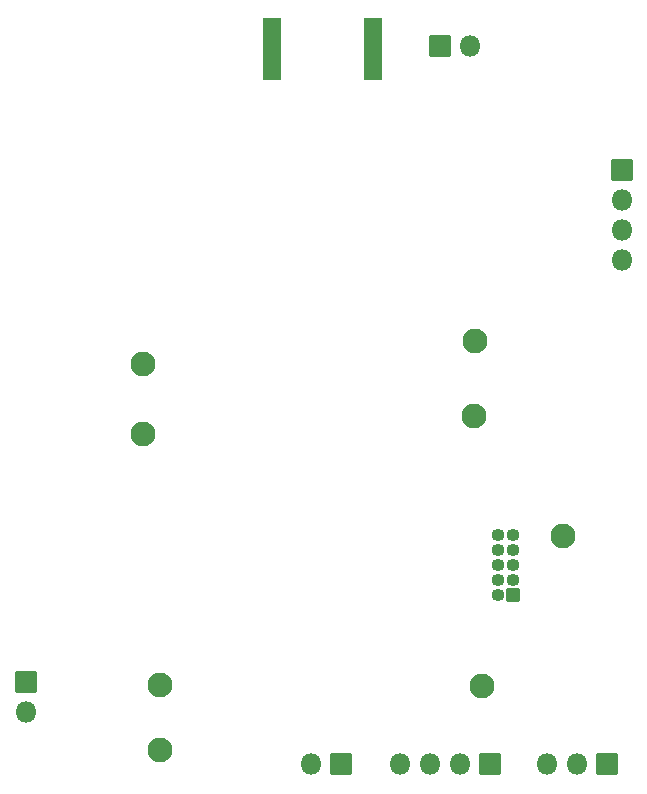
<source format=gbs>
%TF.GenerationSoftware,KiCad,Pcbnew,6.0.2-378541a8eb~116~ubuntu20.04.1*%
%TF.CreationDate,2022-03-08T20:01:39-08:00*%
%TF.ProjectId,RP2040_WEDS,52503230-3430-45f5-9745-44532e6b6963,rev?*%
%TF.SameCoordinates,Original*%
%TF.FileFunction,Soldermask,Bot*%
%TF.FilePolarity,Negative*%
%FSLAX46Y46*%
G04 Gerber Fmt 4.6, Leading zero omitted, Abs format (unit mm)*
G04 Created by KiCad (PCBNEW 6.0.2-378541a8eb~116~ubuntu20.04.1) date 2022-03-08 20:01:39*
%MOMM*%
%LPD*%
G01*
G04 APERTURE LIST*
G04 Aperture macros list*
%AMRoundRect*
0 Rectangle with rounded corners*
0 $1 Rounding radius*
0 $2 $3 $4 $5 $6 $7 $8 $9 X,Y pos of 4 corners*
0 Add a 4 corners polygon primitive as box body*
4,1,4,$2,$3,$4,$5,$6,$7,$8,$9,$2,$3,0*
0 Add four circle primitives for the rounded corners*
1,1,$1+$1,$2,$3*
1,1,$1+$1,$4,$5*
1,1,$1+$1,$6,$7*
1,1,$1+$1,$8,$9*
0 Add four rect primitives between the rounded corners*
20,1,$1+$1,$2,$3,$4,$5,0*
20,1,$1+$1,$4,$5,$6,$7,0*
20,1,$1+$1,$6,$7,$8,$9,0*
20,1,$1+$1,$8,$9,$2,$3,0*%
G04 Aperture macros list end*
%ADD10RoundRect,0.050800X0.500000X0.500000X-0.500000X0.500000X-0.500000X-0.500000X0.500000X-0.500000X0*%
%ADD11O,1.101600X1.101600*%
%ADD12O,1.801600X1.801600*%
%ADD13RoundRect,0.050800X-0.850000X0.850000X-0.850000X-0.850000X0.850000X-0.850000X0.850000X0.850000X0*%
%ADD14RoundRect,0.050800X0.750000X2.540000X-0.750000X2.540000X-0.750000X-2.540000X0.750000X-2.540000X0*%
%ADD15C,2.101600*%
%ADD16RoundRect,0.050800X-0.850000X-0.850000X0.850000X-0.850000X0.850000X0.850000X-0.850000X0.850000X0*%
%ADD17RoundRect,0.050800X0.850000X-0.850000X0.850000X0.850000X-0.850000X0.850000X-0.850000X-0.850000X0*%
%ADD18RoundRect,0.050800X0.850000X0.850000X-0.850000X0.850000X-0.850000X-0.850000X0.850000X-0.850000X0*%
G04 APERTURE END LIST*
D10*
%TO.C,J4*%
X163470000Y-117250000D03*
D11*
X162200000Y-117250000D03*
X163470000Y-115980000D03*
X162200000Y-115980000D03*
X163470000Y-114710000D03*
X162200000Y-114710000D03*
X163470000Y-113440000D03*
X162200000Y-113440000D03*
X163470000Y-112170000D03*
X162200000Y-112170000D03*
%TD*%
D12*
%TO.C,J5*%
X166295000Y-131600000D03*
X168835000Y-131600000D03*
D13*
X171375000Y-131600000D03*
%TD*%
D12*
%TO.C,J3*%
X153905000Y-131600000D03*
X156445000Y-131600000D03*
X158985000Y-131600000D03*
D13*
X161525000Y-131600000D03*
%TD*%
D14*
%TO.C,J8*%
X143080000Y-71055000D03*
X151580000Y-71055000D03*
%TD*%
D15*
%TO.C,TP5*%
X133595000Y-124900000D03*
%TD*%
%TO.C,TP1*%
X167645000Y-112250000D03*
%TD*%
%TO.C,TP7*%
X132145000Y-97700000D03*
%TD*%
%TO.C,TP8*%
X132145000Y-103600000D03*
%TD*%
%TO.C,TP6*%
X160845000Y-125000000D03*
%TD*%
%TO.C,TP2*%
X160145000Y-102100000D03*
%TD*%
D16*
%TO.C,J6*%
X172645000Y-81300000D03*
D12*
X172645000Y-83840000D03*
X172645000Y-86380000D03*
X172645000Y-88920000D03*
%TD*%
D15*
%TO.C,TP3*%
X133595000Y-130400000D03*
%TD*%
%TO.C,TP4*%
X160195000Y-95750000D03*
%TD*%
D12*
%TO.C,J7*%
X159785000Y-70800000D03*
D17*
X157245000Y-70800000D03*
%TD*%
D12*
%TO.C,J2*%
X146380000Y-131600000D03*
D18*
X148920000Y-131600000D03*
%TD*%
%TO.C,J1*%
X122225000Y-124600000D03*
D12*
X122225000Y-127140000D03*
%TD*%
M02*

</source>
